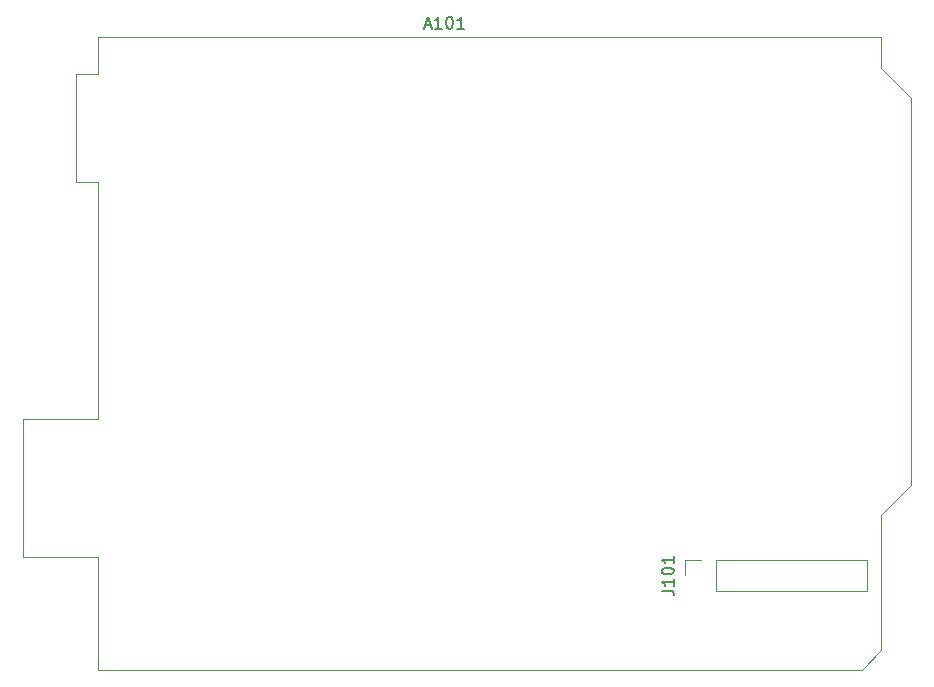
<source format=gbr>
%TF.GenerationSoftware,KiCad,Pcbnew,(5.1.10)-1*%
%TF.CreationDate,2022-01-22T14:52:44+00:00*%
%TF.ProjectId,mike_pcb_arduino_sheild,6d696b65-5f70-4636-925f-61726475696e,rev?*%
%TF.SameCoordinates,Original*%
%TF.FileFunction,Legend,Top*%
%TF.FilePolarity,Positive*%
%FSLAX46Y46*%
G04 Gerber Fmt 4.6, Leading zero omitted, Abs format (unit mm)*
G04 Created by KiCad (PCBNEW (5.1.10)-1) date 2022-01-22 14:52:44*
%MOMM*%
%LPD*%
G01*
G04 APERTURE LIST*
%ADD10C,0.120000*%
%ADD11C,0.150000*%
G04 APERTURE END LIST*
D10*
%TO.C,J101*%
X171644000Y-131953000D02*
X171644000Y-130623000D01*
X171644000Y-130623000D02*
X172974000Y-130623000D01*
X174244000Y-130623000D02*
X187004000Y-130623000D01*
X187004000Y-133283000D02*
X187004000Y-130623000D01*
X174244000Y-133283000D02*
X187004000Y-133283000D01*
X174244000Y-133283000D02*
X174244000Y-130623000D01*
%TO.C,A101*%
X188217000Y-126877000D02*
X190757000Y-124337000D01*
X188217000Y-138307000D02*
X188217000Y-126877000D01*
X186567000Y-139957000D02*
X188217000Y-138307000D01*
X121917000Y-139957000D02*
X186567000Y-139957000D01*
X121917000Y-130427000D02*
X121917000Y-139957000D01*
X115567000Y-130427000D02*
X121917000Y-130427000D01*
X115567000Y-118747000D02*
X115567000Y-130427000D01*
X121917000Y-118747000D02*
X115567000Y-118747000D01*
X121917000Y-98677000D02*
X121917000Y-118747000D01*
X120017000Y-98677000D02*
X121917000Y-98677000D01*
X120017000Y-89537000D02*
X120017000Y-98677000D01*
X121917000Y-89537000D02*
X120017000Y-89537000D01*
X121917000Y-86357000D02*
X121917000Y-89537000D01*
X188217000Y-86357000D02*
X121917000Y-86357000D01*
X188217000Y-89027000D02*
X188217000Y-86357000D01*
X190757000Y-91567000D02*
X188217000Y-89027000D01*
X190757000Y-124337000D02*
X190757000Y-91567000D01*
%TO.C,J101*%
D11*
X169656380Y-133238714D02*
X170370666Y-133238714D01*
X170513523Y-133286333D01*
X170608761Y-133381571D01*
X170656380Y-133524428D01*
X170656380Y-133619666D01*
X170656380Y-132238714D02*
X170656380Y-132810142D01*
X170656380Y-132524428D02*
X169656380Y-132524428D01*
X169799238Y-132619666D01*
X169894476Y-132714904D01*
X169942095Y-132810142D01*
X169656380Y-131619666D02*
X169656380Y-131524428D01*
X169704000Y-131429190D01*
X169751619Y-131381571D01*
X169846857Y-131333952D01*
X170037333Y-131286333D01*
X170275428Y-131286333D01*
X170465904Y-131333952D01*
X170561142Y-131381571D01*
X170608761Y-131429190D01*
X170656380Y-131524428D01*
X170656380Y-131619666D01*
X170608761Y-131714904D01*
X170561142Y-131762523D01*
X170465904Y-131810142D01*
X170275428Y-131857761D01*
X170037333Y-131857761D01*
X169846857Y-131810142D01*
X169751619Y-131762523D01*
X169704000Y-131714904D01*
X169656380Y-131619666D01*
X170656380Y-130333952D02*
X170656380Y-130905380D01*
X170656380Y-130619666D02*
X169656380Y-130619666D01*
X169799238Y-130714904D01*
X169894476Y-130810142D01*
X169942095Y-130905380D01*
%TO.C,A101*%
X149590333Y-85383666D02*
X150066523Y-85383666D01*
X149495095Y-85669380D02*
X149828428Y-84669380D01*
X150161761Y-85669380D01*
X151018904Y-85669380D02*
X150447476Y-85669380D01*
X150733190Y-85669380D02*
X150733190Y-84669380D01*
X150637952Y-84812238D01*
X150542714Y-84907476D01*
X150447476Y-84955095D01*
X151637952Y-84669380D02*
X151733190Y-84669380D01*
X151828428Y-84717000D01*
X151876047Y-84764619D01*
X151923666Y-84859857D01*
X151971285Y-85050333D01*
X151971285Y-85288428D01*
X151923666Y-85478904D01*
X151876047Y-85574142D01*
X151828428Y-85621761D01*
X151733190Y-85669380D01*
X151637952Y-85669380D01*
X151542714Y-85621761D01*
X151495095Y-85574142D01*
X151447476Y-85478904D01*
X151399857Y-85288428D01*
X151399857Y-85050333D01*
X151447476Y-84859857D01*
X151495095Y-84764619D01*
X151542714Y-84717000D01*
X151637952Y-84669380D01*
X152923666Y-85669380D02*
X152352238Y-85669380D01*
X152637952Y-85669380D02*
X152637952Y-84669380D01*
X152542714Y-84812238D01*
X152447476Y-84907476D01*
X152352238Y-84955095D01*
%TD*%
M02*

</source>
